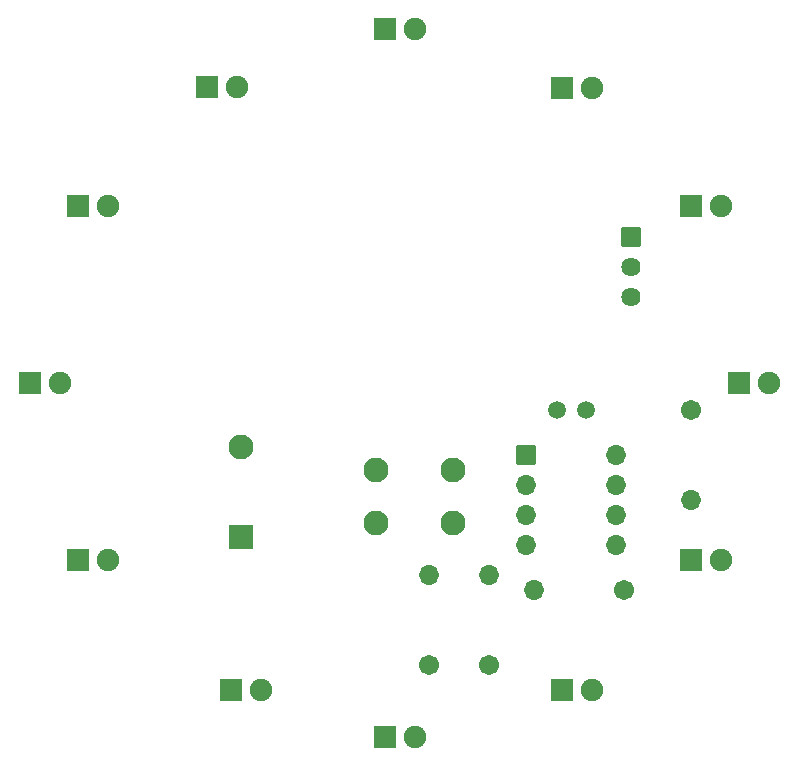
<source format=gbs>
G04 #@! TF.GenerationSoftware,KiCad,Pcbnew,6.0.5-a6ca702e91~116~ubuntu20.04.1*
G04 #@! TF.CreationDate,2022-06-19T21:22:34+02:00*
G04 #@! TF.ProjectId,attiny85_charlie_circle,61747469-6e79-4383-955f-636861726c69,0.10*
G04 #@! TF.SameCoordinates,Original*
G04 #@! TF.FileFunction,Soldermask,Bot*
G04 #@! TF.FilePolarity,Negative*
%FSLAX46Y46*%
G04 Gerber Fmt 4.6, Leading zero omitted, Abs format (unit mm)*
G04 Created by KiCad (PCBNEW 6.0.5-a6ca702e91~116~ubuntu20.04.1) date 2022-06-19 21:22:34*
%MOMM*%
%LPD*%
G01*
G04 APERTURE LIST*
G04 Aperture macros list*
%AMRoundRect*
0 Rectangle with rounded corners*
0 $1 Rounding radius*
0 $2 $3 $4 $5 $6 $7 $8 $9 X,Y pos of 4 corners*
0 Add a 4 corners polygon primitive as box body*
4,1,4,$2,$3,$4,$5,$6,$7,$8,$9,$2,$3,0*
0 Add four circle primitives for the rounded corners*
1,1,$1+$1,$2,$3*
1,1,$1+$1,$4,$5*
1,1,$1+$1,$6,$7*
1,1,$1+$1,$8,$9*
0 Add four rect primitives between the rounded corners*
20,1,$1+$1,$2,$3,$4,$5,0*
20,1,$1+$1,$4,$5,$6,$7,0*
20,1,$1+$1,$6,$7,$8,$9,0*
20,1,$1+$1,$8,$9,$2,$3,0*%
G04 Aperture macros list end*
%ADD10RoundRect,0.051000X-0.762000X-0.762000X0.762000X-0.762000X0.762000X0.762000X-0.762000X0.762000X0*%
%ADD11C,1.626000*%
%ADD12C,1.702000*%
%ADD13O,1.702000X1.702000*%
%ADD14RoundRect,0.051000X-0.800000X-0.800000X0.800000X-0.800000X0.800000X0.800000X-0.800000X0.800000X0*%
%ADD15RoundRect,0.051000X-0.900000X-0.900000X0.900000X-0.900000X0.900000X0.900000X-0.900000X0.900000X0*%
%ADD16C,1.902000*%
%ADD17RoundRect,0.051000X1.000000X-1.000000X1.000000X1.000000X-1.000000X1.000000X-1.000000X-1.000000X0*%
%ADD18C,2.102000*%
%ADD19C,1.502000*%
G04 APERTURE END LIST*
D10*
X119380000Y-87630000D03*
D11*
X119380000Y-90170000D03*
X119380000Y-92710000D03*
D12*
X124460000Y-102235000D03*
D13*
X124460000Y-109855000D03*
D12*
X102235000Y-123825000D03*
D13*
X102235000Y-116205000D03*
D12*
X118745000Y-117475000D03*
D13*
X111125000Y-117475000D03*
D12*
X107315000Y-123825000D03*
D13*
X107315000Y-116205000D03*
D14*
X110490000Y-106045000D03*
D13*
X110490000Y-108585000D03*
X110490000Y-111125000D03*
X110490000Y-113665000D03*
X118110000Y-113665000D03*
X118110000Y-111125000D03*
X118110000Y-108585000D03*
X118110000Y-106045000D03*
D15*
X124480000Y-85000000D03*
D16*
X127020000Y-85000000D03*
D15*
X128500000Y-100000000D03*
D16*
X131040000Y-100000000D03*
D15*
X124480000Y-115000000D03*
D16*
X127020000Y-115000000D03*
D15*
X113500000Y-125980000D03*
D16*
X116040000Y-125980000D03*
D15*
X98500000Y-130000000D03*
D16*
X101040000Y-130000000D03*
D15*
X85500000Y-125980000D03*
D16*
X88040000Y-125980000D03*
D15*
X72520000Y-115000000D03*
D16*
X75060000Y-115000000D03*
D15*
X68500000Y-100000000D03*
D16*
X71040000Y-100000000D03*
D15*
X72520000Y-85000000D03*
D16*
X75060000Y-85000000D03*
D15*
X83500000Y-74930000D03*
D16*
X86040000Y-74930000D03*
D15*
X98500000Y-70000000D03*
D16*
X101040000Y-70000000D03*
D17*
X86360000Y-113030000D03*
D18*
X86360000Y-105430000D03*
X104290000Y-107315000D03*
X97790000Y-107315000D03*
X104290000Y-111815000D03*
X97790000Y-111815000D03*
D15*
X113500000Y-74980000D03*
D16*
X116040000Y-74980000D03*
D19*
X115570000Y-102235000D03*
X113070000Y-102235000D03*
M02*

</source>
